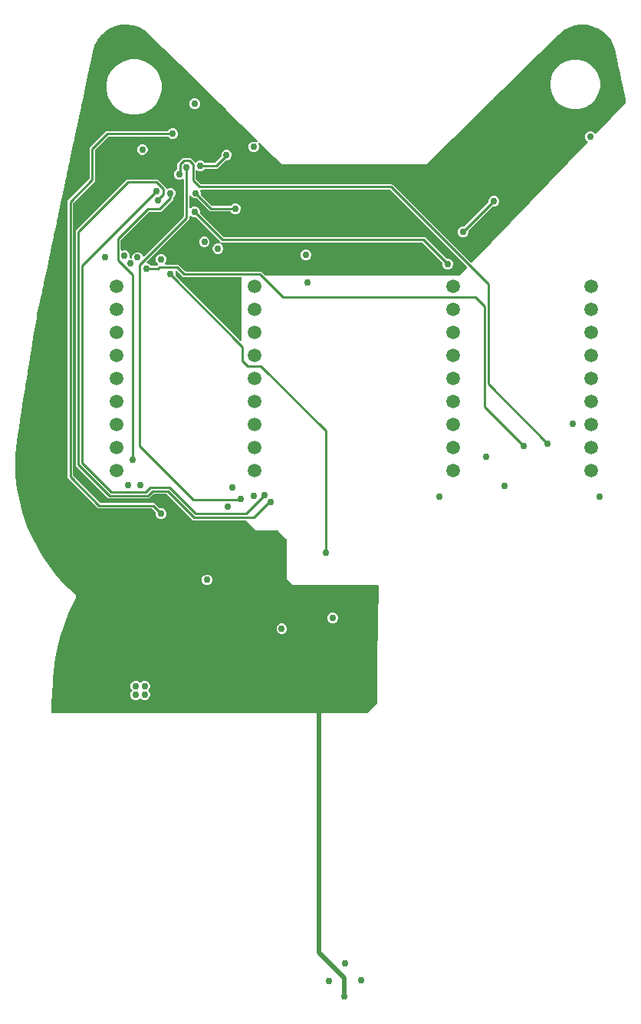
<source format=gbr>
G04 EAGLE Gerber X2 export*
%TF.Part,Single*%
%TF.FileFunction,Copper,L2,Inr,Mixed*%
%TF.FilePolarity,Positive*%
%TF.GenerationSoftware,Autodesk,EAGLE,9.0.1*%
%TF.CreationDate,2018-06-28T06:38:32Z*%
G75*
%MOMM*%
%FSLAX34Y34*%
%LPD*%
%AMOC8*
5,1,8,0,0,1.08239X$1,22.5*%
G01*
%ADD10C,1.508000*%
%ADD11C,0.756400*%
%ADD12C,0.508000*%
%ADD13C,0.254000*%

G36*
X393290Y505219D02*
X393290Y505219D01*
X393389Y505222D01*
X393447Y505239D01*
X393508Y505247D01*
X393600Y505283D01*
X393695Y505311D01*
X393747Y505341D01*
X393803Y505364D01*
X393883Y505422D01*
X393969Y505472D01*
X394044Y505538D01*
X394061Y505550D01*
X394068Y505560D01*
X394090Y505579D01*
X404758Y516247D01*
X404818Y516325D01*
X404886Y516397D01*
X404915Y516450D01*
X404952Y516498D01*
X404992Y516589D01*
X405040Y516675D01*
X405055Y516734D01*
X405079Y516790D01*
X405094Y516888D01*
X405119Y516983D01*
X405125Y517083D01*
X405129Y517104D01*
X405127Y517116D01*
X405129Y517144D01*
X405129Y564634D01*
X406221Y645397D01*
X406206Y645524D01*
X406198Y645651D01*
X406189Y645681D01*
X406185Y645713D01*
X406140Y645832D01*
X406100Y645953D01*
X406083Y645980D01*
X406072Y646010D01*
X405999Y646114D01*
X405930Y646222D01*
X405907Y646244D01*
X405889Y646270D01*
X405792Y646353D01*
X405699Y646440D01*
X405671Y646455D01*
X405646Y646476D01*
X405532Y646532D01*
X405420Y646594D01*
X405389Y646602D01*
X405361Y646616D01*
X405236Y646641D01*
X405112Y646673D01*
X405066Y646676D01*
X405049Y646680D01*
X405027Y646678D01*
X404952Y646683D01*
X311168Y646683D01*
X304799Y653052D01*
X304799Y696468D01*
X304787Y696566D01*
X304784Y696665D01*
X304767Y696723D01*
X304759Y696784D01*
X304723Y696876D01*
X304695Y696971D01*
X304665Y697023D01*
X304642Y697079D01*
X304584Y697159D01*
X304534Y697245D01*
X304468Y697320D01*
X304456Y697337D01*
X304446Y697344D01*
X304428Y697366D01*
X295538Y706256D01*
X295459Y706316D01*
X295387Y706384D01*
X295334Y706413D01*
X295286Y706450D01*
X295195Y706490D01*
X295109Y706538D01*
X295050Y706553D01*
X294994Y706577D01*
X294896Y706592D01*
X294801Y706617D01*
X294701Y706623D01*
X294680Y706627D01*
X294668Y706625D01*
X294640Y706627D01*
X271290Y706627D01*
X260485Y717432D01*
X260407Y717492D01*
X260335Y717560D01*
X260282Y717589D01*
X260234Y717626D01*
X260143Y717666D01*
X260057Y717714D01*
X259998Y717729D01*
X259942Y717753D01*
X259844Y717768D01*
X259749Y717793D01*
X259649Y717799D01*
X259628Y717803D01*
X259616Y717801D01*
X259588Y717803D01*
X201419Y717803D01*
X172580Y746642D01*
X172502Y746702D01*
X172430Y746770D01*
X172377Y746799D01*
X172329Y746836D01*
X172238Y746876D01*
X172151Y746924D01*
X172093Y746939D01*
X172037Y746963D01*
X171939Y746978D01*
X171843Y747003D01*
X171743Y747009D01*
X171723Y747013D01*
X171711Y747011D01*
X171683Y747013D01*
X158517Y747013D01*
X158419Y747001D01*
X158320Y746998D01*
X158262Y746981D01*
X158202Y746973D01*
X158110Y746937D01*
X158014Y746909D01*
X157962Y746879D01*
X157906Y746856D01*
X157826Y746798D01*
X157741Y746748D01*
X157665Y746682D01*
X157649Y746670D01*
X157641Y746660D01*
X157620Y746642D01*
X152911Y741933D01*
X107947Y741933D01*
X71881Y777999D01*
X71881Y1037583D01*
X128277Y1093979D01*
X162411Y1093979D01*
X171423Y1084967D01*
X171423Y1084816D01*
X171429Y1084767D01*
X171427Y1084717D01*
X171449Y1084609D01*
X171463Y1084500D01*
X171481Y1084454D01*
X171491Y1084406D01*
X171539Y1084307D01*
X171580Y1084205D01*
X171609Y1084165D01*
X171631Y1084120D01*
X171702Y1084036D01*
X171766Y1083947D01*
X171805Y1083916D01*
X171837Y1083878D01*
X171927Y1083815D01*
X172011Y1083745D01*
X172056Y1083723D01*
X172097Y1083695D01*
X172200Y1083656D01*
X172299Y1083609D01*
X172348Y1083600D01*
X172394Y1083582D01*
X172504Y1083570D01*
X172611Y1083549D01*
X172661Y1083552D01*
X172710Y1083547D01*
X172819Y1083562D01*
X172929Y1083569D01*
X172976Y1083584D01*
X173025Y1083591D01*
X173178Y1083643D01*
X175373Y1084553D01*
X177687Y1084553D01*
X179824Y1083668D01*
X181460Y1082032D01*
X182345Y1079895D01*
X182345Y1077581D01*
X181460Y1075444D01*
X179950Y1073935D01*
X179890Y1073857D01*
X179822Y1073785D01*
X179793Y1073732D01*
X179756Y1073684D01*
X179716Y1073593D01*
X179668Y1073506D01*
X179653Y1073448D01*
X179629Y1073392D01*
X179614Y1073294D01*
X179589Y1073198D01*
X179583Y1073098D01*
X179579Y1073078D01*
X179581Y1073066D01*
X179579Y1073038D01*
X179579Y1071887D01*
X165855Y1058163D01*
X153173Y1058163D01*
X153074Y1058151D01*
X152975Y1058148D01*
X152917Y1058131D01*
X152857Y1058123D01*
X152765Y1058087D01*
X152670Y1058059D01*
X152618Y1058029D01*
X152561Y1058006D01*
X152481Y1057948D01*
X152396Y1057898D01*
X152321Y1057832D01*
X152304Y1057820D01*
X152296Y1057810D01*
X152275Y1057792D01*
X122066Y1027583D01*
X122006Y1027505D01*
X121938Y1027433D01*
X121909Y1027380D01*
X121872Y1027332D01*
X121832Y1027241D01*
X121784Y1027154D01*
X121769Y1027095D01*
X121745Y1027040D01*
X121730Y1026942D01*
X121705Y1026846D01*
X121699Y1026746D01*
X121695Y1026726D01*
X121697Y1026713D01*
X121695Y1026685D01*
X121695Y1016426D01*
X121701Y1016377D01*
X121699Y1016327D01*
X121721Y1016220D01*
X121735Y1016110D01*
X121753Y1016064D01*
X121763Y1016016D01*
X121811Y1015917D01*
X121852Y1015815D01*
X121881Y1015774D01*
X121903Y1015730D01*
X121974Y1015646D01*
X122038Y1015557D01*
X122077Y1015526D01*
X122109Y1015488D01*
X122199Y1015425D01*
X122283Y1015355D01*
X122328Y1015333D01*
X122369Y1015305D01*
X122472Y1015266D01*
X122571Y1015219D01*
X122620Y1015210D01*
X122666Y1015192D01*
X122776Y1015180D01*
X122883Y1015159D01*
X122933Y1015162D01*
X122982Y1015157D01*
X123091Y1015172D01*
X123201Y1015179D01*
X123248Y1015194D01*
X123297Y1015201D01*
X123450Y1015253D01*
X124573Y1015719D01*
X126887Y1015719D01*
X129024Y1014834D01*
X130660Y1013198D01*
X131545Y1011061D01*
X131545Y1008747D01*
X131477Y1008584D01*
X131464Y1008536D01*
X131443Y1008491D01*
X131422Y1008383D01*
X131393Y1008277D01*
X131392Y1008227D01*
X131383Y1008178D01*
X131390Y1008069D01*
X131388Y1007959D01*
X131400Y1007911D01*
X131403Y1007861D01*
X131436Y1007757D01*
X131462Y1007650D01*
X131485Y1007606D01*
X131501Y1007559D01*
X131559Y1007466D01*
X131611Y1007369D01*
X131644Y1007332D01*
X131671Y1007290D01*
X131751Y1007215D01*
X131825Y1007133D01*
X131866Y1007106D01*
X131902Y1007072D01*
X131999Y1007019D01*
X132090Y1006959D01*
X132137Y1006942D01*
X132181Y1006918D01*
X132287Y1006891D01*
X132391Y1006855D01*
X132441Y1006851D01*
X132489Y1006839D01*
X132650Y1006829D01*
X133124Y1006829D01*
X133242Y1006844D01*
X133361Y1006851D01*
X133399Y1006864D01*
X133440Y1006869D01*
X133550Y1006912D01*
X133663Y1006949D01*
X133698Y1006971D01*
X133735Y1006986D01*
X133831Y1007055D01*
X133932Y1007119D01*
X133960Y1007149D01*
X133993Y1007172D01*
X134069Y1007264D01*
X134150Y1007351D01*
X134170Y1007386D01*
X134195Y1007417D01*
X134246Y1007525D01*
X134304Y1007629D01*
X134314Y1007669D01*
X134331Y1007705D01*
X134353Y1007822D01*
X134383Y1007937D01*
X134387Y1007997D01*
X134391Y1008017D01*
X134389Y1008038D01*
X134393Y1008098D01*
X134393Y1009029D01*
X135278Y1011166D01*
X136914Y1012802D01*
X139051Y1013687D01*
X141365Y1013687D01*
X143502Y1012802D01*
X145138Y1011166D01*
X145760Y1009662D01*
X145785Y1009619D01*
X145802Y1009572D01*
X145864Y1009481D01*
X145918Y1009386D01*
X145952Y1009350D01*
X145980Y1009309D01*
X146063Y1009236D01*
X146139Y1009157D01*
X146182Y1009131D01*
X146219Y1009099D01*
X146317Y1009049D01*
X146410Y1008991D01*
X146458Y1008977D01*
X146502Y1008954D01*
X146609Y1008930D01*
X146714Y1008898D01*
X146764Y1008895D01*
X146812Y1008884D01*
X146922Y1008888D01*
X147032Y1008882D01*
X147080Y1008892D01*
X147130Y1008894D01*
X147236Y1008925D01*
X147343Y1008947D01*
X147388Y1008969D01*
X147436Y1008982D01*
X147530Y1009038D01*
X147629Y1009086D01*
X147667Y1009119D01*
X147710Y1009144D01*
X147830Y1009250D01*
X190890Y1052309D01*
X190950Y1052388D01*
X191018Y1052460D01*
X191047Y1052513D01*
X191084Y1052561D01*
X191124Y1052652D01*
X191172Y1052738D01*
X191187Y1052797D01*
X191211Y1052853D01*
X191226Y1052950D01*
X191251Y1053046D01*
X191257Y1053146D01*
X191261Y1053167D01*
X191259Y1053179D01*
X191261Y1053207D01*
X191261Y1093520D01*
X191255Y1093569D01*
X191257Y1093619D01*
X191235Y1093726D01*
X191221Y1093836D01*
X191203Y1093882D01*
X191193Y1093930D01*
X191145Y1094029D01*
X191104Y1094131D01*
X191075Y1094172D01*
X191053Y1094216D01*
X190982Y1094300D01*
X190918Y1094389D01*
X190879Y1094420D01*
X190847Y1094458D01*
X190757Y1094521D01*
X190673Y1094591D01*
X190628Y1094613D01*
X190587Y1094641D01*
X190484Y1094680D01*
X190385Y1094727D01*
X190336Y1094736D01*
X190290Y1094754D01*
X190180Y1094766D01*
X190073Y1094787D01*
X190023Y1094784D01*
X189974Y1094789D01*
X189865Y1094774D01*
X189755Y1094767D01*
X189708Y1094752D01*
X189659Y1094745D01*
X189506Y1094693D01*
X187847Y1094005D01*
X185533Y1094005D01*
X183396Y1094890D01*
X181760Y1096526D01*
X180875Y1098663D01*
X180875Y1100977D01*
X181760Y1103114D01*
X183397Y1104750D01*
X183419Y1104763D01*
X183447Y1104772D01*
X183557Y1104842D01*
X183670Y1104906D01*
X183691Y1104927D01*
X183716Y1104942D01*
X183805Y1105037D01*
X183898Y1105127D01*
X183914Y1105152D01*
X183934Y1105174D01*
X183997Y1105288D01*
X184065Y1105398D01*
X184073Y1105427D01*
X184088Y1105452D01*
X184120Y1105578D01*
X184158Y1105702D01*
X184160Y1105732D01*
X184167Y1105760D01*
X184177Y1105921D01*
X184177Y1111637D01*
X190113Y1117573D01*
X198507Y1117573D01*
X202285Y1113795D01*
X203310Y1112770D01*
X203404Y1112697D01*
X203493Y1112618D01*
X203529Y1112600D01*
X203561Y1112575D01*
X203670Y1112528D01*
X203776Y1112474D01*
X203816Y1112465D01*
X203853Y1112449D01*
X203971Y1112430D01*
X204087Y1112404D01*
X204127Y1112405D01*
X204167Y1112399D01*
X204286Y1112410D01*
X204405Y1112414D01*
X204443Y1112425D01*
X204484Y1112429D01*
X204596Y1112469D01*
X204710Y1112502D01*
X204745Y1112523D01*
X204783Y1112536D01*
X204882Y1112603D01*
X204984Y1112664D01*
X205029Y1112703D01*
X205046Y1112715D01*
X205060Y1112730D01*
X205105Y1112770D01*
X206256Y1113922D01*
X208393Y1114807D01*
X210707Y1114807D01*
X212844Y1113922D01*
X214353Y1112412D01*
X214431Y1112352D01*
X214503Y1112284D01*
X214556Y1112255D01*
X214604Y1112218D01*
X214695Y1112178D01*
X214782Y1112130D01*
X214840Y1112115D01*
X214896Y1112091D01*
X214994Y1112076D01*
X215090Y1112051D01*
X215190Y1112045D01*
X215210Y1112041D01*
X215222Y1112043D01*
X215250Y1112041D01*
X225061Y1112041D01*
X225160Y1112053D01*
X225259Y1112056D01*
X225317Y1112073D01*
X225377Y1112081D01*
X225469Y1112117D01*
X225564Y1112145D01*
X225616Y1112175D01*
X225673Y1112198D01*
X225753Y1112256D01*
X225838Y1112306D01*
X225913Y1112372D01*
X225930Y1112384D01*
X225938Y1112394D01*
X225959Y1112412D01*
X232320Y1118773D01*
X232380Y1118851D01*
X232448Y1118923D01*
X232477Y1118976D01*
X232514Y1119024D01*
X232554Y1119115D01*
X232602Y1119202D01*
X232617Y1119261D01*
X232641Y1119316D01*
X232656Y1119414D01*
X232681Y1119510D01*
X232687Y1119610D01*
X232691Y1119630D01*
X232689Y1119643D01*
X232691Y1119671D01*
X232691Y1122081D01*
X233576Y1124218D01*
X235212Y1125854D01*
X237349Y1126739D01*
X239663Y1126739D01*
X241800Y1125854D01*
X243436Y1124218D01*
X244321Y1122081D01*
X244321Y1119767D01*
X243436Y1117630D01*
X241800Y1115994D01*
X239663Y1115109D01*
X237805Y1115109D01*
X237706Y1115097D01*
X237607Y1115094D01*
X237549Y1115077D01*
X237489Y1115069D01*
X237397Y1115033D01*
X237302Y1115005D01*
X237250Y1114975D01*
X237193Y1114952D01*
X237113Y1114894D01*
X237028Y1114844D01*
X236953Y1114778D01*
X236936Y1114766D01*
X236928Y1114756D01*
X236907Y1114738D01*
X228113Y1105943D01*
X215250Y1105943D01*
X215152Y1105931D01*
X215053Y1105928D01*
X214995Y1105911D01*
X214935Y1105903D01*
X214843Y1105867D01*
X214748Y1105839D01*
X214695Y1105809D01*
X214639Y1105786D01*
X214559Y1105728D01*
X214474Y1105678D01*
X214398Y1105612D01*
X214382Y1105600D01*
X214374Y1105590D01*
X214353Y1105572D01*
X212844Y1104062D01*
X210707Y1103177D01*
X208393Y1103177D01*
X206198Y1104087D01*
X206150Y1104100D01*
X206105Y1104121D01*
X205997Y1104142D01*
X205891Y1104171D01*
X205841Y1104171D01*
X205792Y1104181D01*
X205683Y1104174D01*
X205573Y1104176D01*
X205525Y1104164D01*
X205475Y1104161D01*
X205371Y1104127D01*
X205264Y1104102D01*
X205220Y1104078D01*
X205173Y1104063D01*
X205080Y1104004D01*
X204983Y1103953D01*
X204946Y1103919D01*
X204904Y1103893D01*
X204829Y1103813D01*
X204747Y1103739D01*
X204720Y1103697D01*
X204686Y1103661D01*
X204633Y1103565D01*
X204573Y1103473D01*
X204556Y1103426D01*
X204532Y1103383D01*
X204505Y1103276D01*
X204469Y1103172D01*
X204465Y1103123D01*
X204453Y1103075D01*
X204443Y1102914D01*
X204443Y1094525D01*
X204455Y1094426D01*
X204458Y1094327D01*
X204475Y1094269D01*
X204483Y1094209D01*
X204519Y1094117D01*
X204547Y1094022D01*
X204577Y1093970D01*
X204600Y1093913D01*
X204658Y1093833D01*
X204708Y1093748D01*
X204774Y1093673D01*
X204786Y1093656D01*
X204796Y1093648D01*
X204814Y1093627D01*
X209097Y1089344D01*
X209175Y1089284D01*
X209247Y1089216D01*
X209300Y1089187D01*
X209348Y1089150D01*
X209439Y1089110D01*
X209526Y1089062D01*
X209585Y1089047D01*
X209640Y1089023D01*
X209738Y1089008D01*
X209834Y1088983D01*
X209934Y1088977D01*
X209954Y1088973D01*
X209967Y1088975D01*
X209995Y1088973D01*
X421315Y1088973D01*
X507987Y1002301D01*
X508090Y1002221D01*
X508190Y1002136D01*
X508216Y1002124D01*
X508238Y1002106D01*
X508359Y1002054D01*
X508476Y1001997D01*
X508504Y1001991D01*
X508530Y1001980D01*
X508660Y1001959D01*
X508788Y1001933D01*
X508816Y1001935D01*
X508844Y1001930D01*
X508975Y1001943D01*
X509105Y1001949D01*
X509132Y1001957D01*
X509161Y1001960D01*
X509284Y1002004D01*
X509409Y1002043D01*
X509433Y1002058D01*
X509460Y1002068D01*
X509569Y1002141D01*
X509680Y1002210D01*
X509710Y1002237D01*
X509723Y1002246D01*
X509738Y1002263D01*
X509799Y1002319D01*
X637050Y1134522D01*
X637114Y1134608D01*
X637185Y1134688D01*
X637209Y1134734D01*
X637240Y1134777D01*
X637281Y1134876D01*
X637330Y1134971D01*
X637341Y1135022D01*
X637361Y1135071D01*
X637376Y1135177D01*
X637399Y1135281D01*
X637398Y1135334D01*
X637405Y1135386D01*
X637393Y1135492D01*
X637390Y1135599D01*
X637375Y1135649D01*
X637369Y1135702D01*
X637331Y1135802D01*
X637301Y1135905D01*
X637275Y1135950D01*
X637256Y1135999D01*
X637194Y1136086D01*
X637140Y1136178D01*
X637085Y1136241D01*
X637072Y1136259D01*
X637060Y1136269D01*
X637033Y1136299D01*
X635404Y1137928D01*
X634519Y1140065D01*
X634519Y1142379D01*
X635404Y1144516D01*
X637040Y1146152D01*
X639177Y1147037D01*
X641491Y1147037D01*
X643628Y1146152D01*
X645066Y1144714D01*
X645169Y1144633D01*
X645269Y1144549D01*
X645294Y1144536D01*
X645317Y1144519D01*
X645437Y1144467D01*
X645555Y1144409D01*
X645583Y1144404D01*
X645609Y1144392D01*
X645739Y1144372D01*
X645866Y1144346D01*
X645895Y1144347D01*
X645923Y1144343D01*
X646054Y1144355D01*
X646184Y1144361D01*
X646211Y1144370D01*
X646239Y1144372D01*
X646363Y1144417D01*
X646488Y1144456D01*
X646512Y1144470D01*
X646539Y1144480D01*
X646647Y1144554D01*
X646759Y1144622D01*
X646788Y1144650D01*
X646802Y1144659D01*
X646816Y1144675D01*
X646877Y1144731D01*
X679220Y1178333D01*
X679256Y1178380D01*
X679298Y1178421D01*
X679351Y1178507D01*
X679411Y1178588D01*
X679433Y1178642D01*
X679464Y1178693D01*
X679493Y1178789D01*
X679531Y1178882D01*
X679539Y1178940D01*
X679557Y1178997D01*
X679561Y1179097D01*
X679575Y1179197D01*
X679568Y1179256D01*
X679571Y1179315D01*
X679548Y1179474D01*
X679379Y1180276D01*
X679353Y1180400D01*
X678849Y1182797D01*
X678849Y1182798D01*
X677232Y1190480D01*
X675614Y1198167D01*
X674279Y1204509D01*
X672910Y1211014D01*
X672910Y1211015D01*
X672531Y1212813D01*
X672531Y1212814D01*
X672379Y1213535D01*
X672379Y1213536D01*
X671003Y1220074D01*
X669675Y1226383D01*
X669675Y1226384D01*
X669325Y1228050D01*
X669145Y1228904D01*
X669145Y1228905D01*
X667850Y1235058D01*
X667843Y1235078D01*
X667823Y1235163D01*
X665893Y1241572D01*
X665880Y1241602D01*
X665873Y1241634D01*
X665809Y1241781D01*
X662921Y1247462D01*
X662900Y1247492D01*
X662886Y1247525D01*
X662797Y1247659D01*
X658931Y1252708D01*
X658906Y1252733D01*
X658886Y1252763D01*
X658774Y1252878D01*
X654049Y1257147D01*
X654021Y1257166D01*
X653998Y1257190D01*
X653867Y1257283D01*
X648438Y1260651D01*
X648409Y1260664D01*
X648384Y1260683D01*
X648239Y1260752D01*
X642287Y1263124D01*
X642257Y1263132D01*
X642230Y1263145D01*
X642075Y1263188D01*
X635798Y1264490D01*
X635767Y1264493D01*
X635737Y1264501D01*
X635577Y1264516D01*
X629184Y1264701D01*
X629151Y1264697D01*
X629118Y1264701D01*
X628958Y1264687D01*
X622655Y1263735D01*
X622622Y1263725D01*
X622587Y1263722D01*
X622431Y1263679D01*
X616415Y1261606D01*
X616383Y1261590D01*
X616349Y1261581D01*
X616204Y1261511D01*
X610653Y1258376D01*
X610628Y1258357D01*
X610599Y1258343D01*
X610468Y1258248D01*
X605308Y1253977D01*
X605293Y1253961D01*
X605229Y1253906D01*
X600762Y1249526D01*
X599360Y1248151D01*
X598923Y1247723D01*
X598922Y1247722D01*
X593745Y1242646D01*
X589607Y1238589D01*
X589607Y1238588D01*
X587934Y1236948D01*
X587767Y1236785D01*
X584026Y1233117D01*
X583264Y1232369D01*
X583263Y1232369D01*
X582187Y1231314D01*
X582186Y1231313D01*
X577579Y1226795D01*
X572865Y1222174D01*
X572241Y1221561D01*
X571026Y1220371D01*
X571025Y1220370D01*
X565989Y1215432D01*
X561707Y1211234D01*
X561707Y1211233D01*
X561009Y1210549D01*
X559869Y1209431D01*
X559868Y1209430D01*
X555498Y1205146D01*
X550550Y1200294D01*
X549254Y1199024D01*
X548711Y1198491D01*
X548710Y1198490D01*
X544970Y1194823D01*
X544054Y1193926D01*
X543131Y1193020D01*
X543130Y1193019D01*
X538120Y1188107D01*
X533812Y1183883D01*
X533811Y1183882D01*
X532562Y1182658D01*
X532562Y1182657D01*
X531972Y1182079D01*
X526393Y1176609D01*
X526392Y1176608D01*
X522095Y1172396D01*
X522095Y1172395D01*
X517077Y1167474D01*
X517076Y1167474D01*
X516274Y1166688D01*
X515238Y1165671D01*
X515237Y1165671D01*
X510176Y1160708D01*
X505919Y1156535D01*
X505294Y1155922D01*
X504080Y1154732D01*
X504080Y1154731D01*
X499415Y1150158D01*
X494760Y1145594D01*
X489183Y1140125D01*
X488356Y1139314D01*
X487343Y1138321D01*
X482729Y1133798D01*
X478025Y1129185D01*
X478024Y1129185D01*
X476668Y1127854D01*
X476185Y1127381D01*
X472447Y1123716D01*
X470808Y1122109D01*
X470608Y1121913D01*
X470607Y1121912D01*
X465874Y1117272D01*
X460389Y1111894D01*
X460387Y1111891D01*
X460380Y1111885D01*
X459653Y1111157D01*
X458696Y1110772D01*
X458693Y1110770D01*
X458685Y1110767D01*
X457733Y1110373D01*
X456702Y1110383D01*
X456698Y1110383D01*
X456689Y1110383D01*
X302002Y1110383D01*
X301998Y1110383D01*
X301989Y1110383D01*
X300960Y1110373D01*
X300008Y1110767D01*
X300004Y1110769D01*
X299996Y1110772D01*
X299040Y1111157D01*
X298312Y1111886D01*
X298308Y1111888D01*
X298303Y1111895D01*
X293664Y1116442D01*
X293012Y1117082D01*
X291825Y1118246D01*
X291824Y1118246D01*
X287280Y1122702D01*
X282509Y1127380D01*
X282089Y1127792D01*
X280670Y1129183D01*
X280669Y1129184D01*
X275605Y1134149D01*
X275554Y1134188D01*
X275510Y1134233D01*
X275428Y1134284D01*
X275352Y1134342D01*
X275293Y1134366D01*
X275239Y1134400D01*
X275147Y1134428D01*
X275059Y1134465D01*
X274996Y1134475D01*
X274935Y1134493D01*
X274839Y1134498D01*
X274744Y1134512D01*
X274681Y1134505D01*
X274617Y1134508D01*
X274523Y1134489D01*
X274428Y1134479D01*
X274368Y1134457D01*
X274306Y1134444D01*
X274220Y1134402D01*
X274129Y1134369D01*
X274077Y1134332D01*
X274020Y1134304D01*
X273947Y1134242D01*
X273868Y1134187D01*
X273826Y1134139D01*
X273778Y1134098D01*
X273723Y1134019D01*
X273660Y1133947D01*
X273632Y1133890D01*
X273595Y1133838D01*
X273561Y1133748D01*
X273518Y1133662D01*
X273505Y1133600D01*
X273482Y1133541D01*
X273472Y1133445D01*
X273452Y1133351D01*
X273454Y1133288D01*
X273447Y1133225D01*
X273460Y1133129D01*
X273464Y1133033D01*
X273483Y1132973D01*
X273491Y1132910D01*
X273544Y1132757D01*
X274293Y1130949D01*
X274293Y1128635D01*
X273408Y1126498D01*
X271772Y1124862D01*
X269635Y1123977D01*
X267321Y1123977D01*
X265184Y1124862D01*
X263548Y1126498D01*
X262663Y1128635D01*
X262663Y1130949D01*
X263548Y1133086D01*
X265184Y1134722D01*
X267321Y1135607D01*
X269635Y1135607D01*
X271347Y1134897D01*
X271420Y1134877D01*
X271491Y1134848D01*
X271573Y1134835D01*
X271654Y1134813D01*
X271730Y1134812D01*
X271805Y1134801D01*
X271888Y1134810D01*
X271972Y1134808D01*
X272046Y1134826D01*
X272121Y1134834D01*
X272200Y1134863D01*
X272281Y1134883D01*
X272348Y1134918D01*
X272420Y1134944D01*
X272488Y1134992D01*
X272562Y1135031D01*
X272618Y1135082D01*
X272681Y1135126D01*
X272736Y1135189D01*
X272798Y1135245D01*
X272839Y1135309D01*
X272889Y1135366D01*
X272926Y1135441D01*
X272972Y1135511D01*
X272997Y1135583D01*
X273031Y1135651D01*
X273048Y1135733D01*
X273076Y1135812D01*
X273082Y1135888D01*
X273098Y1135962D01*
X273094Y1136045D01*
X273101Y1136129D01*
X273088Y1136204D01*
X273085Y1136280D01*
X273061Y1136360D01*
X273046Y1136442D01*
X273015Y1136511D01*
X272993Y1136584D01*
X272950Y1136656D01*
X272916Y1136732D01*
X272868Y1136791D01*
X272829Y1136857D01*
X272722Y1136976D01*
X271348Y1138323D01*
X269824Y1139817D01*
X269824Y1139818D01*
X269508Y1140127D01*
X263928Y1145599D01*
X263927Y1145599D01*
X260187Y1149266D01*
X259239Y1150196D01*
X258347Y1151070D01*
X254609Y1154735D01*
X254531Y1154811D01*
X252770Y1156538D01*
X252770Y1156539D01*
X248450Y1160774D01*
X243452Y1165674D01*
X242497Y1166611D01*
X242496Y1166611D01*
X241613Y1167477D01*
X241612Y1167478D01*
X237872Y1171145D01*
X237703Y1171311D01*
X237702Y1171312D01*
X236033Y1172948D01*
X236032Y1172949D01*
X230990Y1177893D01*
X226714Y1182086D01*
X226713Y1182086D01*
X225605Y1183173D01*
X224875Y1183889D01*
X224874Y1183890D01*
X221135Y1187556D01*
X221134Y1187556D01*
X214806Y1193761D01*
X209979Y1198494D01*
X208785Y1199664D01*
X208140Y1200297D01*
X208139Y1200298D01*
X204400Y1203964D01*
X198821Y1209434D01*
X197735Y1210499D01*
X196982Y1211237D01*
X192041Y1216082D01*
X187662Y1220375D01*
X187662Y1220376D01*
X186290Y1221720D01*
X186290Y1221721D01*
X185823Y1222178D01*
X185822Y1222179D01*
X181421Y1226494D01*
X176506Y1231314D01*
X176505Y1231314D01*
X175662Y1232141D01*
X174666Y1233117D01*
X174666Y1233118D01*
X170927Y1236784D01*
X170926Y1236784D01*
X170011Y1237682D01*
X169087Y1238587D01*
X169087Y1238588D01*
X163914Y1243659D01*
X163914Y1243660D01*
X159769Y1247724D01*
X159639Y1247852D01*
X159638Y1247852D01*
X157929Y1249527D01*
X157929Y1249528D01*
X153474Y1253896D01*
X153457Y1253909D01*
X153391Y1253971D01*
X147968Y1258421D01*
X147936Y1258441D01*
X147908Y1258467D01*
X147772Y1258553D01*
X141914Y1261762D01*
X141876Y1261777D01*
X141841Y1261799D01*
X141691Y1261858D01*
X135343Y1263892D01*
X135303Y1263899D01*
X135266Y1263914D01*
X135107Y1263943D01*
X128453Y1264744D01*
X128419Y1264744D01*
X128385Y1264750D01*
X128224Y1264751D01*
X122012Y1264374D01*
X121984Y1264369D01*
X121956Y1264370D01*
X121797Y1264343D01*
X115704Y1262905D01*
X115679Y1262895D01*
X115651Y1262891D01*
X115499Y1262838D01*
X109747Y1260390D01*
X109722Y1260376D01*
X109694Y1260367D01*
X109554Y1260288D01*
X104319Y1256901D01*
X104296Y1256881D01*
X104268Y1256866D01*
X104144Y1256764D01*
X103602Y1256259D01*
X102239Y1254990D01*
X100876Y1253721D01*
X100876Y1253720D01*
X99594Y1252526D01*
X99573Y1252501D01*
X99547Y1252480D01*
X99443Y1252358D01*
X95724Y1247389D01*
X95708Y1247360D01*
X95686Y1247335D01*
X95605Y1247196D01*
X92822Y1241632D01*
X92813Y1241604D01*
X92797Y1241579D01*
X92741Y1241428D01*
X90869Y1235162D01*
X90865Y1235141D01*
X90843Y1235062D01*
X89565Y1229028D01*
X89553Y1228968D01*
X89552Y1228968D01*
X89031Y1226507D01*
X87965Y1221473D01*
X87743Y1220427D01*
X87431Y1218953D01*
X87431Y1218952D01*
X85831Y1211398D01*
X85831Y1211397D01*
X84230Y1203843D01*
X84230Y1203842D01*
X83163Y1198806D01*
X81355Y1190267D01*
X79429Y1181177D01*
X78363Y1176143D01*
X78363Y1176142D01*
X78086Y1174837D01*
X78086Y1174836D01*
X77829Y1173623D01*
X77829Y1173622D01*
X76405Y1166900D01*
X74628Y1158514D01*
X73562Y1153478D01*
X73452Y1152959D01*
X73028Y1150958D01*
X73028Y1150957D01*
X71427Y1143402D01*
X70150Y1137374D01*
X68311Y1128692D01*
X67161Y1123259D01*
X66910Y1122077D01*
X66627Y1120739D01*
X66627Y1120738D01*
X65273Y1114348D01*
X63960Y1108149D01*
X63960Y1108148D01*
X63713Y1106982D01*
X63426Y1105629D01*
X63426Y1105628D01*
X62360Y1100594D01*
X62067Y1099212D01*
X61826Y1098074D01*
X61826Y1098073D01*
X60467Y1091662D01*
X59159Y1085484D01*
X58820Y1083884D01*
X58625Y1082964D01*
X57024Y1075408D01*
X57024Y1075407D01*
X55517Y1068293D01*
X54357Y1062818D01*
X54239Y1062257D01*
X53824Y1060298D01*
X53823Y1060298D01*
X52434Y1053739D01*
X51156Y1047706D01*
X51156Y1047705D01*
X50897Y1046481D01*
X50623Y1045186D01*
X50622Y1045185D01*
X49254Y1038728D01*
X47956Y1032597D01*
X47669Y1031245D01*
X47422Y1030078D01*
X47422Y1030077D01*
X46035Y1023530D01*
X44222Y1014968D01*
X44221Y1014967D01*
X43155Y1009931D01*
X42890Y1008681D01*
X42621Y1007411D01*
X42621Y1007410D01*
X41376Y1001536D01*
X39649Y993384D01*
X38354Y987268D01*
X38143Y986271D01*
X37820Y984748D01*
X37820Y984747D01*
X36753Y979712D01*
X36220Y977193D01*
X36220Y977192D01*
X36219Y977191D01*
X35119Y971998D01*
X35108Y971862D01*
X35092Y971725D01*
X35094Y971694D01*
X35093Y971681D01*
X35095Y971667D01*
X34868Y970804D01*
X34865Y970786D01*
X34853Y970743D01*
X34663Y969843D01*
X34659Y969835D01*
X34592Y969716D01*
X34582Y969687D01*
X34576Y969675D01*
X34571Y969655D01*
X34541Y969563D01*
X32904Y963347D01*
X32902Y963333D01*
X32893Y963301D01*
X31272Y956058D01*
X31271Y956043D01*
X31262Y956008D01*
X29924Y948652D01*
X29923Y948644D01*
X29920Y948628D01*
X29299Y944802D01*
X29294Y944665D01*
X29284Y944528D01*
X29288Y944498D01*
X29287Y944485D01*
X29290Y944471D01*
X29104Y943597D01*
X29103Y943580D01*
X29093Y943536D01*
X28986Y942874D01*
X28981Y942759D01*
X28969Y942644D01*
X28975Y942577D01*
X28974Y942556D01*
X28978Y942537D01*
X28983Y942484D01*
X28987Y942459D01*
X28801Y941717D01*
X28799Y941696D01*
X28780Y941613D01*
X27788Y935520D01*
X27788Y935519D01*
X27521Y933876D01*
X27375Y932978D01*
X27375Y932977D01*
X26546Y927887D01*
X25108Y919047D01*
X23993Y912193D01*
X22821Y904990D01*
X22601Y903642D01*
X22407Y902448D01*
X22407Y902447D01*
X21579Y897357D01*
X20337Y889725D01*
X20074Y888111D01*
X19923Y887183D01*
X19923Y887182D01*
X18975Y881359D01*
X17853Y874459D01*
X17641Y873158D01*
X17439Y871917D01*
X17439Y871916D01*
X16610Y866823D01*
X16492Y866100D01*
X16492Y866099D01*
X16196Y864280D01*
X16196Y864279D01*
X15368Y859187D01*
X14087Y851319D01*
X12883Y843920D01*
X12632Y842376D01*
X12470Y841377D01*
X11641Y836285D01*
X11322Y834321D01*
X11227Y833743D01*
X11227Y833742D01*
X10231Y827622D01*
X9157Y821020D01*
X7719Y812180D01*
X7718Y812172D01*
X7715Y812155D01*
X6663Y804760D01*
X6663Y804745D01*
X6657Y804712D01*
X5894Y797342D01*
X5894Y797327D01*
X5890Y797293D01*
X5410Y789901D01*
X5411Y789886D01*
X5408Y789852D01*
X5214Y782447D01*
X5216Y782432D01*
X5214Y782397D01*
X5309Y774989D01*
X5311Y774974D01*
X5311Y774939D01*
X5695Y767547D01*
X5697Y767533D01*
X5698Y767497D01*
X6371Y760123D01*
X6374Y760109D01*
X6377Y760074D01*
X7339Y752733D01*
X7343Y752719D01*
X7346Y752684D01*
X8596Y745386D01*
X8600Y745372D01*
X8605Y745337D01*
X10140Y738095D01*
X10144Y738081D01*
X10151Y738046D01*
X11969Y730867D01*
X11974Y730854D01*
X11982Y730819D01*
X14080Y723717D01*
X14086Y723704D01*
X14095Y723670D01*
X16468Y716657D01*
X16474Y716644D01*
X16485Y716610D01*
X19131Y709692D01*
X19137Y709679D01*
X19149Y709646D01*
X22063Y702834D01*
X22070Y702822D01*
X22083Y702789D01*
X25258Y696096D01*
X25266Y696084D01*
X25280Y696052D01*
X28712Y689485D01*
X28721Y689473D01*
X28736Y689442D01*
X32419Y683013D01*
X32428Y683002D01*
X32444Y682971D01*
X36372Y676688D01*
X36381Y676677D01*
X36399Y676647D01*
X40566Y670519D01*
X40575Y670508D01*
X40594Y670479D01*
X44991Y664517D01*
X45001Y664507D01*
X45021Y664479D01*
X49645Y658689D01*
X49655Y658679D01*
X49676Y658651D01*
X54519Y653042D01*
X54529Y653032D01*
X54551Y653006D01*
X59605Y647586D01*
X59616Y647577D01*
X59639Y647551D01*
X64894Y642331D01*
X64906Y642322D01*
X64930Y642297D01*
X69819Y637800D01*
X69896Y637746D01*
X69966Y637684D01*
X70064Y637627D01*
X70079Y637616D01*
X70087Y637613D01*
X70105Y637602D01*
X70231Y637538D01*
X70656Y637043D01*
X70662Y637037D01*
X70760Y636935D01*
X71240Y636494D01*
X71300Y636365D01*
X71349Y636286D01*
X71391Y636202D01*
X71459Y636111D01*
X71469Y636096D01*
X71475Y636089D01*
X71487Y636073D01*
X71580Y635966D01*
X71782Y635346D01*
X71786Y635338D01*
X71837Y635206D01*
X72112Y634615D01*
X72118Y634473D01*
X72134Y634380D01*
X72139Y634287D01*
X72168Y634177D01*
X72171Y634159D01*
X72175Y634151D01*
X72180Y634131D01*
X72224Y633996D01*
X72174Y633346D01*
X72174Y633337D01*
X72171Y633196D01*
X72199Y632545D01*
X72150Y632411D01*
X72129Y632320D01*
X72099Y632232D01*
X72083Y632119D01*
X72079Y632101D01*
X72079Y632092D01*
X72076Y632072D01*
X72065Y631931D01*
X71770Y631349D01*
X71767Y631341D01*
X71711Y631211D01*
X71486Y630599D01*
X71390Y630495D01*
X71336Y630419D01*
X71274Y630348D01*
X71216Y630250D01*
X71206Y630236D01*
X71203Y630227D01*
X71193Y630210D01*
X68118Y624147D01*
X68114Y624135D01*
X68099Y624107D01*
X64913Y617232D01*
X64909Y617219D01*
X64895Y617191D01*
X61954Y610206D01*
X61950Y610193D01*
X61937Y610164D01*
X59247Y603082D01*
X59244Y603069D01*
X59232Y603040D01*
X56793Y595864D01*
X56791Y595851D01*
X56780Y595821D01*
X54598Y588563D01*
X54596Y588549D01*
X54586Y588519D01*
X52664Y581192D01*
X52662Y581178D01*
X52654Y581148D01*
X50992Y573752D01*
X50991Y573739D01*
X50983Y573708D01*
X49585Y566260D01*
X49585Y566247D01*
X49578Y566216D01*
X48444Y558722D01*
X48444Y558708D01*
X48438Y558677D01*
X47569Y551150D01*
X47569Y551136D01*
X47565Y551106D01*
X46955Y543496D01*
X46956Y543489D01*
X46954Y543473D01*
X46789Y540826D01*
X46391Y534401D01*
X46238Y531942D01*
X46238Y531941D01*
X46159Y530672D01*
X45904Y526558D01*
X45904Y526557D01*
X45686Y523057D01*
X45450Y519249D01*
X45417Y518715D01*
X45090Y513444D01*
X44981Y511700D01*
X44930Y510872D01*
X44898Y510364D01*
X44662Y506555D01*
X44672Y506393D01*
X44682Y506239D01*
X44682Y506238D01*
X44682Y506237D01*
X44732Y506083D01*
X44780Y505937D01*
X44780Y505936D01*
X44780Y505935D01*
X44861Y505808D01*
X44950Y505668D01*
X44951Y505667D01*
X44951Y505666D01*
X45061Y505563D01*
X45181Y505450D01*
X45182Y505450D01*
X45183Y505449D01*
X45320Y505373D01*
X45460Y505296D01*
X45461Y505296D01*
X45462Y505296D01*
X45622Y505255D01*
X45768Y505217D01*
X45769Y505217D01*
X45770Y505217D01*
X45772Y505217D01*
X45929Y505207D01*
X393192Y505207D01*
X393290Y505219D01*
G37*
G36*
X495156Y987567D02*
X495156Y987567D01*
X495267Y987572D01*
X495313Y987587D01*
X495362Y987593D01*
X495465Y987633D01*
X495571Y987666D01*
X495612Y987692D01*
X495657Y987710D01*
X495747Y987775D01*
X495842Y987833D01*
X495897Y987884D01*
X495915Y987896D01*
X495926Y987910D01*
X495960Y987942D01*
X503809Y996096D01*
X503873Y996181D01*
X503944Y996262D01*
X503967Y996308D01*
X503999Y996350D01*
X504040Y996449D01*
X504088Y996545D01*
X504100Y996596D01*
X504120Y996645D01*
X504134Y996751D01*
X504158Y996855D01*
X504156Y996908D01*
X504164Y996960D01*
X504151Y997066D01*
X504148Y997173D01*
X504134Y997223D01*
X504128Y997276D01*
X504090Y997376D01*
X504060Y997478D01*
X504033Y997524D01*
X504014Y997573D01*
X503953Y997660D01*
X503898Y997752D01*
X503843Y997815D01*
X503831Y997833D01*
X503819Y997843D01*
X503792Y997873D01*
X419162Y1082504D01*
X419083Y1082564D01*
X419011Y1082632D01*
X418958Y1082661D01*
X418910Y1082698D01*
X418819Y1082738D01*
X418733Y1082786D01*
X418674Y1082801D01*
X418618Y1082825D01*
X418520Y1082840D01*
X418425Y1082865D01*
X418325Y1082871D01*
X418304Y1082875D01*
X418292Y1082873D01*
X418264Y1082875D01*
X210890Y1082875D01*
X210841Y1082869D01*
X210791Y1082871D01*
X210684Y1082849D01*
X210574Y1082835D01*
X210528Y1082817D01*
X210480Y1082807D01*
X210381Y1082759D01*
X210279Y1082718D01*
X210238Y1082689D01*
X210194Y1082667D01*
X210110Y1082596D01*
X210021Y1082532D01*
X209990Y1082493D01*
X209952Y1082461D01*
X209889Y1082371D01*
X209819Y1082287D01*
X209797Y1082242D01*
X209769Y1082201D01*
X209730Y1082098D01*
X209683Y1081999D01*
X209674Y1081950D01*
X209656Y1081904D01*
X209644Y1081794D01*
X209623Y1081687D01*
X209626Y1081637D01*
X209621Y1081588D01*
X209636Y1081479D01*
X209643Y1081369D01*
X209658Y1081322D01*
X209665Y1081273D01*
X209717Y1081120D01*
X210183Y1079997D01*
X210183Y1077863D01*
X210195Y1077764D01*
X210198Y1077665D01*
X210215Y1077607D01*
X210223Y1077547D01*
X210259Y1077455D01*
X210287Y1077360D01*
X210317Y1077308D01*
X210340Y1077251D01*
X210398Y1077171D01*
X210448Y1077086D01*
X210514Y1077011D01*
X210526Y1076994D01*
X210536Y1076986D01*
X210554Y1076965D01*
X222379Y1065140D01*
X222457Y1065080D01*
X222529Y1065012D01*
X222582Y1064983D01*
X222630Y1064946D01*
X222721Y1064906D01*
X222808Y1064858D01*
X222867Y1064843D01*
X222922Y1064819D01*
X223020Y1064804D01*
X223116Y1064779D01*
X223216Y1064773D01*
X223236Y1064769D01*
X223249Y1064771D01*
X223277Y1064769D01*
X242458Y1064769D01*
X242556Y1064781D01*
X242655Y1064784D01*
X242713Y1064801D01*
X242773Y1064809D01*
X242865Y1064845D01*
X242960Y1064873D01*
X243013Y1064903D01*
X243069Y1064926D01*
X243149Y1064984D01*
X243234Y1065034D01*
X243310Y1065100D01*
X243326Y1065112D01*
X243334Y1065122D01*
X243355Y1065140D01*
X244864Y1066650D01*
X247001Y1067535D01*
X249315Y1067535D01*
X251452Y1066650D01*
X253088Y1065014D01*
X253973Y1062877D01*
X253973Y1060563D01*
X253088Y1058426D01*
X251452Y1056790D01*
X249315Y1055905D01*
X247001Y1055905D01*
X244864Y1056790D01*
X243355Y1058300D01*
X243277Y1058360D01*
X243205Y1058428D01*
X243152Y1058457D01*
X243104Y1058494D01*
X243013Y1058534D01*
X242926Y1058582D01*
X242868Y1058597D01*
X242812Y1058621D01*
X242714Y1058636D01*
X242618Y1058661D01*
X242518Y1058667D01*
X242498Y1058671D01*
X242486Y1058669D01*
X242458Y1058671D01*
X220225Y1058671D01*
X206243Y1072654D01*
X206165Y1072714D01*
X206093Y1072782D01*
X206040Y1072811D01*
X205992Y1072848D01*
X205901Y1072888D01*
X205814Y1072936D01*
X205756Y1072951D01*
X205700Y1072975D01*
X205602Y1072990D01*
X205506Y1073015D01*
X205406Y1073021D01*
X205386Y1073025D01*
X205373Y1073023D01*
X205345Y1073025D01*
X203211Y1073025D01*
X201074Y1073910D01*
X199525Y1075459D01*
X199416Y1075545D01*
X199309Y1075633D01*
X199290Y1075642D01*
X199274Y1075654D01*
X199146Y1075710D01*
X199021Y1075769D01*
X199001Y1075772D01*
X198982Y1075781D01*
X198844Y1075802D01*
X198708Y1075828D01*
X198688Y1075827D01*
X198668Y1075830D01*
X198529Y1075817D01*
X198391Y1075809D01*
X198372Y1075802D01*
X198352Y1075801D01*
X198220Y1075753D01*
X198089Y1075711D01*
X198071Y1075700D01*
X198052Y1075693D01*
X197937Y1075615D01*
X197820Y1075541D01*
X197806Y1075526D01*
X197789Y1075514D01*
X197697Y1075410D01*
X197602Y1075309D01*
X197592Y1075291D01*
X197579Y1075276D01*
X197515Y1075152D01*
X197448Y1075030D01*
X197443Y1075011D01*
X197434Y1074993D01*
X197404Y1074857D01*
X197369Y1074722D01*
X197367Y1074694D01*
X197364Y1074682D01*
X197365Y1074662D01*
X197359Y1074562D01*
X197359Y1063356D01*
X197376Y1063218D01*
X197389Y1063080D01*
X197396Y1063061D01*
X197399Y1063041D01*
X197450Y1062911D01*
X197497Y1062781D01*
X197508Y1062764D01*
X197516Y1062745D01*
X197597Y1062632D01*
X197675Y1062517D01*
X197691Y1062504D01*
X197702Y1062488D01*
X197810Y1062399D01*
X197914Y1062307D01*
X197932Y1062298D01*
X197947Y1062285D01*
X198073Y1062226D01*
X198197Y1062162D01*
X198217Y1062158D01*
X198235Y1062149D01*
X198371Y1062123D01*
X198507Y1062093D01*
X198528Y1062093D01*
X198547Y1062090D01*
X198686Y1062098D01*
X198825Y1062102D01*
X198845Y1062108D01*
X198865Y1062109D01*
X198997Y1062152D01*
X199131Y1062191D01*
X199148Y1062201D01*
X199167Y1062207D01*
X199285Y1062282D01*
X199405Y1062352D01*
X199426Y1062371D01*
X199436Y1062377D01*
X199450Y1062392D01*
X199526Y1062459D01*
X199906Y1062840D01*
X202043Y1063725D01*
X204357Y1063725D01*
X206494Y1062840D01*
X208130Y1061204D01*
X209015Y1059067D01*
X209015Y1056933D01*
X209027Y1056834D01*
X209030Y1056735D01*
X209047Y1056677D01*
X209055Y1056617D01*
X209091Y1056525D01*
X209119Y1056430D01*
X209149Y1056378D01*
X209172Y1056321D01*
X209230Y1056241D01*
X209280Y1056156D01*
X209346Y1056081D01*
X209358Y1056064D01*
X209368Y1056056D01*
X209386Y1056035D01*
X234571Y1030850D01*
X234649Y1030790D01*
X234721Y1030722D01*
X234774Y1030693D01*
X234822Y1030656D01*
X234913Y1030616D01*
X235000Y1030568D01*
X235059Y1030553D01*
X235114Y1030529D01*
X235212Y1030514D01*
X235308Y1030489D01*
X235408Y1030483D01*
X235428Y1030479D01*
X235441Y1030481D01*
X235469Y1030479D01*
X457193Y1030479D01*
X480725Y1006946D01*
X480803Y1006886D01*
X480875Y1006818D01*
X480928Y1006789D01*
X480976Y1006752D01*
X481067Y1006712D01*
X481154Y1006664D01*
X481213Y1006649D01*
X481268Y1006625D01*
X481366Y1006610D01*
X481462Y1006585D01*
X481562Y1006579D01*
X481582Y1006575D01*
X481595Y1006577D01*
X481623Y1006575D01*
X483757Y1006575D01*
X485894Y1005690D01*
X487530Y1004054D01*
X488415Y1001917D01*
X488415Y999603D01*
X487530Y997466D01*
X485894Y995830D01*
X483757Y994945D01*
X481443Y994945D01*
X479306Y995830D01*
X477670Y997466D01*
X476785Y999603D01*
X476785Y1001737D01*
X476773Y1001836D01*
X476770Y1001935D01*
X476753Y1001993D01*
X476745Y1002053D01*
X476709Y1002145D01*
X476681Y1002240D01*
X476651Y1002292D01*
X476628Y1002349D01*
X476570Y1002429D01*
X476520Y1002514D01*
X476454Y1002589D01*
X476442Y1002606D01*
X476432Y1002614D01*
X476414Y1002635D01*
X455039Y1024010D01*
X454961Y1024070D01*
X454889Y1024138D01*
X454836Y1024167D01*
X454788Y1024204D01*
X454697Y1024244D01*
X454610Y1024292D01*
X454551Y1024307D01*
X454496Y1024331D01*
X454398Y1024346D01*
X454302Y1024371D01*
X454202Y1024377D01*
X454182Y1024381D01*
X454169Y1024379D01*
X454141Y1024381D01*
X233538Y1024381D01*
X233400Y1024364D01*
X233262Y1024351D01*
X233243Y1024344D01*
X233223Y1024341D01*
X233093Y1024290D01*
X232963Y1024243D01*
X232946Y1024232D01*
X232927Y1024224D01*
X232815Y1024143D01*
X232699Y1024065D01*
X232686Y1024049D01*
X232670Y1024038D01*
X232581Y1023930D01*
X232489Y1023826D01*
X232480Y1023808D01*
X232467Y1023793D01*
X232408Y1023667D01*
X232344Y1023543D01*
X232340Y1023523D01*
X232331Y1023505D01*
X232305Y1023368D01*
X232275Y1023233D01*
X232275Y1023212D01*
X232272Y1023193D01*
X232280Y1023054D01*
X232284Y1022915D01*
X232290Y1022895D01*
X232291Y1022875D01*
X232334Y1022743D01*
X232373Y1022609D01*
X232383Y1022592D01*
X232389Y1022573D01*
X232464Y1022455D01*
X232534Y1022335D01*
X232553Y1022314D01*
X232559Y1022304D01*
X232574Y1022290D01*
X232641Y1022215D01*
X234038Y1020818D01*
X234923Y1018681D01*
X234923Y1016367D01*
X234038Y1014230D01*
X232402Y1012594D01*
X230265Y1011709D01*
X227951Y1011709D01*
X225814Y1012594D01*
X224178Y1014230D01*
X223293Y1016367D01*
X223293Y1018681D01*
X224178Y1020818D01*
X225814Y1022454D01*
X227951Y1023339D01*
X230395Y1023339D01*
X230533Y1023356D01*
X230672Y1023369D01*
X230691Y1023376D01*
X230711Y1023379D01*
X230840Y1023430D01*
X230971Y1023477D01*
X230988Y1023488D01*
X231007Y1023496D01*
X231119Y1023577D01*
X231234Y1023655D01*
X231248Y1023671D01*
X231264Y1023682D01*
X231353Y1023790D01*
X231445Y1023894D01*
X231454Y1023912D01*
X231467Y1023927D01*
X231526Y1024053D01*
X231589Y1024177D01*
X231594Y1024197D01*
X231602Y1024215D01*
X231628Y1024352D01*
X231659Y1024487D01*
X231658Y1024508D01*
X231662Y1024527D01*
X231654Y1024666D01*
X231649Y1024805D01*
X231644Y1024825D01*
X231642Y1024845D01*
X231600Y1024977D01*
X231561Y1025111D01*
X231551Y1025128D01*
X231544Y1025147D01*
X231470Y1025265D01*
X231399Y1025385D01*
X231381Y1025406D01*
X231374Y1025416D01*
X231359Y1025430D01*
X231293Y1025505D01*
X230260Y1026539D01*
X205075Y1051724D01*
X204997Y1051784D01*
X204925Y1051852D01*
X204872Y1051881D01*
X204824Y1051918D01*
X204733Y1051958D01*
X204646Y1052006D01*
X204587Y1052021D01*
X204532Y1052045D01*
X204434Y1052060D01*
X204338Y1052085D01*
X204238Y1052091D01*
X204218Y1052095D01*
X204205Y1052093D01*
X204177Y1052095D01*
X202043Y1052095D01*
X199906Y1052980D01*
X199526Y1053361D01*
X199416Y1053446D01*
X199309Y1053535D01*
X199290Y1053544D01*
X199274Y1053556D01*
X199146Y1053612D01*
X199021Y1053671D01*
X199001Y1053674D01*
X198982Y1053683D01*
X198844Y1053704D01*
X198708Y1053730D01*
X198688Y1053729D01*
X198668Y1053732D01*
X198529Y1053719D01*
X198391Y1053711D01*
X198372Y1053704D01*
X198352Y1053703D01*
X198221Y1053656D01*
X198089Y1053613D01*
X198071Y1053602D01*
X198052Y1053595D01*
X197938Y1053517D01*
X197820Y1053443D01*
X197806Y1053428D01*
X197789Y1053416D01*
X197697Y1053312D01*
X197602Y1053211D01*
X197592Y1053193D01*
X197579Y1053178D01*
X197516Y1053054D01*
X197448Y1052932D01*
X197443Y1052913D01*
X197434Y1052895D01*
X197404Y1052759D01*
X197369Y1052624D01*
X197367Y1052596D01*
X197364Y1052584D01*
X197365Y1052564D01*
X197359Y1052464D01*
X197359Y1050155D01*
X150720Y1003517D01*
X150690Y1003478D01*
X150653Y1003444D01*
X150593Y1003353D01*
X150525Y1003266D01*
X150506Y1003220D01*
X150478Y1003179D01*
X150443Y1003075D01*
X150399Y1002974D01*
X150391Y1002925D01*
X150375Y1002878D01*
X150366Y1002768D01*
X150349Y1002660D01*
X150354Y1002610D01*
X150350Y1002561D01*
X150369Y1002453D01*
X150379Y1002343D01*
X150396Y1002296D01*
X150404Y1002247D01*
X150449Y1002147D01*
X150487Y1002044D01*
X150514Y1002003D01*
X150535Y1001958D01*
X150603Y1001872D01*
X150665Y1001781D01*
X150702Y1001748D01*
X150733Y1001709D01*
X150821Y1001643D01*
X150904Y1001570D01*
X150948Y1001548D01*
X150988Y1001518D01*
X151132Y1001447D01*
X153154Y1000610D01*
X154663Y999100D01*
X154741Y999040D01*
X154813Y998972D01*
X154866Y998943D01*
X154914Y998906D01*
X155005Y998866D01*
X155092Y998818D01*
X155150Y998803D01*
X155206Y998779D01*
X155304Y998764D01*
X155400Y998739D01*
X155500Y998733D01*
X155520Y998729D01*
X155532Y998731D01*
X155560Y998729D01*
X161025Y998729D01*
X161124Y998741D01*
X161223Y998744D01*
X161281Y998761D01*
X161341Y998769D01*
X161433Y998805D01*
X161528Y998833D01*
X161580Y998863D01*
X161637Y998886D01*
X161717Y998944D01*
X161802Y998994D01*
X161877Y999060D01*
X161894Y999072D01*
X161902Y999082D01*
X161923Y999100D01*
X162507Y999685D01*
X162580Y999779D01*
X162659Y999868D01*
X162677Y999904D01*
X162702Y999936D01*
X162749Y1000045D01*
X162803Y1000151D01*
X162812Y1000191D01*
X162828Y1000228D01*
X162847Y1000346D01*
X162873Y1000462D01*
X162872Y1000502D01*
X162878Y1000542D01*
X162867Y1000660D01*
X162863Y1000779D01*
X162852Y1000818D01*
X162848Y1000858D01*
X162808Y1000970D01*
X162775Y1001085D01*
X162754Y1001120D01*
X162741Y1001158D01*
X162674Y1001256D01*
X162613Y1001359D01*
X162574Y1001404D01*
X162562Y1001421D01*
X162547Y1001434D01*
X162507Y1001480D01*
X161440Y1002546D01*
X160555Y1004683D01*
X160555Y1006997D01*
X161440Y1009134D01*
X163076Y1010770D01*
X165213Y1011655D01*
X167527Y1011655D01*
X169664Y1010770D01*
X171300Y1009134D01*
X172185Y1006997D01*
X172185Y1004683D01*
X171300Y1002546D01*
X170919Y1002166D01*
X170834Y1002056D01*
X170745Y1001949D01*
X170736Y1001930D01*
X170724Y1001914D01*
X170668Y1001786D01*
X170609Y1001661D01*
X170606Y1001641D01*
X170597Y1001622D01*
X170576Y1001484D01*
X170550Y1001348D01*
X170551Y1001328D01*
X170548Y1001308D01*
X170561Y1001169D01*
X170569Y1001031D01*
X170576Y1001012D01*
X170577Y1000992D01*
X170625Y1000861D01*
X170667Y1000729D01*
X170678Y1000711D01*
X170685Y1000692D01*
X170763Y1000578D01*
X170837Y1000460D01*
X170852Y1000446D01*
X170864Y1000429D01*
X170968Y1000337D01*
X171069Y1000242D01*
X171087Y1000232D01*
X171102Y1000219D01*
X171226Y1000156D01*
X171348Y1000088D01*
X171367Y1000083D01*
X171385Y1000074D01*
X171521Y1000044D01*
X171656Y1000009D01*
X171684Y1000007D01*
X171696Y1000004D01*
X171716Y1000005D01*
X171816Y999999D01*
X185413Y999999D01*
X187570Y997841D01*
X192661Y992750D01*
X192739Y992690D01*
X192811Y992622D01*
X192864Y992593D01*
X192912Y992556D01*
X193003Y992516D01*
X193090Y992468D01*
X193148Y992453D01*
X193204Y992429D01*
X193302Y992414D01*
X193398Y992389D01*
X193498Y992383D01*
X193518Y992379D01*
X193531Y992381D01*
X193559Y992379D01*
X276599Y992379D01*
X281053Y987925D01*
X281131Y987864D01*
X281203Y987796D01*
X281256Y987767D01*
X281304Y987730D01*
X281395Y987690D01*
X281482Y987642D01*
X281540Y987627D01*
X281596Y987603D01*
X281694Y987588D01*
X281790Y987563D01*
X281890Y987557D01*
X281910Y987553D01*
X281923Y987555D01*
X281951Y987553D01*
X495046Y987553D01*
X495156Y987567D01*
G37*
%LPC*%
G36*
X165213Y719355D02*
X165213Y719355D01*
X163076Y720240D01*
X161440Y721876D01*
X160555Y724013D01*
X160555Y726147D01*
X160543Y726246D01*
X160540Y726345D01*
X160523Y726403D01*
X160515Y726463D01*
X160479Y726555D01*
X160451Y726650D01*
X160421Y726702D01*
X160398Y726759D01*
X160340Y726839D01*
X160290Y726924D01*
X160224Y726999D01*
X160212Y727016D01*
X160202Y727024D01*
X160184Y727045D01*
X156589Y730640D01*
X156511Y730700D01*
X156439Y730768D01*
X156386Y730797D01*
X156338Y730834D01*
X156247Y730874D01*
X156160Y730922D01*
X156101Y730937D01*
X156046Y730961D01*
X155948Y730976D01*
X155852Y731001D01*
X155752Y731007D01*
X155732Y731011D01*
X155719Y731009D01*
X155691Y731011D01*
X96527Y731011D01*
X62991Y764547D01*
X62991Y1070603D01*
X86750Y1094361D01*
X86810Y1094439D01*
X86878Y1094511D01*
X86907Y1094564D01*
X86944Y1094612D01*
X86984Y1094703D01*
X87032Y1094790D01*
X87047Y1094849D01*
X87071Y1094904D01*
X87086Y1095002D01*
X87111Y1095098D01*
X87117Y1095198D01*
X87121Y1095218D01*
X87119Y1095231D01*
X87121Y1095259D01*
X87121Y1129023D01*
X105417Y1147319D01*
X173370Y1147319D01*
X173468Y1147331D01*
X173567Y1147334D01*
X173625Y1147351D01*
X173685Y1147359D01*
X173777Y1147395D01*
X173872Y1147423D01*
X173925Y1147453D01*
X173981Y1147476D01*
X174061Y1147534D01*
X174146Y1147584D01*
X174222Y1147650D01*
X174238Y1147662D01*
X174246Y1147672D01*
X174267Y1147690D01*
X175776Y1149200D01*
X177913Y1150085D01*
X180227Y1150085D01*
X182364Y1149200D01*
X184000Y1147564D01*
X184885Y1145427D01*
X184885Y1143113D01*
X184000Y1140976D01*
X182364Y1139340D01*
X180227Y1138455D01*
X177913Y1138455D01*
X175776Y1139340D01*
X174267Y1140850D01*
X174189Y1140910D01*
X174117Y1140978D01*
X174064Y1141007D01*
X174016Y1141044D01*
X173925Y1141084D01*
X173838Y1141132D01*
X173780Y1141147D01*
X173724Y1141171D01*
X173626Y1141186D01*
X173530Y1141211D01*
X173430Y1141217D01*
X173410Y1141221D01*
X173398Y1141219D01*
X173370Y1141221D01*
X108469Y1141221D01*
X108370Y1141209D01*
X108271Y1141206D01*
X108213Y1141189D01*
X108153Y1141181D01*
X108061Y1141145D01*
X107966Y1141117D01*
X107914Y1141087D01*
X107857Y1141064D01*
X107777Y1141006D01*
X107692Y1140956D01*
X107617Y1140890D01*
X107600Y1140878D01*
X107592Y1140868D01*
X107571Y1140850D01*
X93590Y1126869D01*
X93530Y1126791D01*
X93462Y1126719D01*
X93433Y1126666D01*
X93396Y1126618D01*
X93356Y1126527D01*
X93308Y1126440D01*
X93293Y1126381D01*
X93269Y1126326D01*
X93254Y1126228D01*
X93229Y1126132D01*
X93223Y1126032D01*
X93219Y1126012D01*
X93221Y1125999D01*
X93219Y1125971D01*
X93219Y1092207D01*
X69460Y1068449D01*
X69400Y1068371D01*
X69332Y1068299D01*
X69303Y1068246D01*
X69266Y1068198D01*
X69226Y1068107D01*
X69178Y1068020D01*
X69163Y1067961D01*
X69139Y1067906D01*
X69124Y1067808D01*
X69099Y1067712D01*
X69093Y1067612D01*
X69089Y1067592D01*
X69091Y1067579D01*
X69089Y1067551D01*
X69089Y767599D01*
X69101Y767500D01*
X69104Y767401D01*
X69121Y767343D01*
X69129Y767283D01*
X69165Y767191D01*
X69193Y767096D01*
X69223Y767044D01*
X69246Y766987D01*
X69304Y766907D01*
X69354Y766822D01*
X69420Y766747D01*
X69432Y766730D01*
X69442Y766722D01*
X69460Y766701D01*
X98681Y737480D01*
X98759Y737420D01*
X98831Y737352D01*
X98884Y737323D01*
X98932Y737286D01*
X99023Y737246D01*
X99110Y737198D01*
X99169Y737183D01*
X99224Y737159D01*
X99322Y737144D01*
X99418Y737119D01*
X99518Y737113D01*
X99538Y737109D01*
X99551Y737111D01*
X99579Y737109D01*
X158743Y737109D01*
X164495Y731356D01*
X164573Y731296D01*
X164645Y731228D01*
X164698Y731199D01*
X164746Y731162D01*
X164837Y731122D01*
X164924Y731074D01*
X164983Y731059D01*
X165038Y731035D01*
X165136Y731020D01*
X165232Y730995D01*
X165332Y730989D01*
X165352Y730985D01*
X165365Y730987D01*
X165393Y730985D01*
X167527Y730985D01*
X169664Y730100D01*
X171300Y728464D01*
X172185Y726327D01*
X172185Y724013D01*
X171300Y721876D01*
X169664Y720240D01*
X167527Y719355D01*
X165213Y719355D01*
G37*
%LPD*%
%LPC*%
G36*
X132385Y1165351D02*
X132385Y1165351D01*
X124633Y1167428D01*
X117682Y1171441D01*
X112007Y1177116D01*
X107994Y1184067D01*
X105917Y1191819D01*
X105917Y1199845D01*
X107994Y1207597D01*
X112007Y1214548D01*
X117682Y1220223D01*
X124633Y1224236D01*
X132385Y1226313D01*
X140411Y1226313D01*
X148163Y1224236D01*
X155114Y1220223D01*
X160789Y1214548D01*
X164802Y1207597D01*
X166879Y1199845D01*
X166879Y1191819D01*
X164802Y1184067D01*
X160789Y1177116D01*
X155114Y1171441D01*
X148163Y1167428D01*
X140411Y1165351D01*
X132385Y1165351D01*
G37*
%LPD*%
G36*
X254094Y915519D02*
X254094Y915519D01*
X254237Y915528D01*
X254251Y915533D01*
X254267Y915534D01*
X254403Y915582D01*
X254539Y915626D01*
X254552Y915634D01*
X254567Y915639D01*
X254687Y915720D01*
X254808Y915796D01*
X254819Y915808D01*
X254831Y915816D01*
X254927Y915923D01*
X255026Y916028D01*
X255033Y916041D01*
X255044Y916053D01*
X255110Y916180D01*
X255180Y916307D01*
X255183Y916321D01*
X255190Y916335D01*
X255223Y916475D01*
X255259Y916615D01*
X255260Y916635D01*
X255263Y916645D01*
X255262Y916663D01*
X255269Y916775D01*
X255269Y985012D01*
X255254Y985130D01*
X255247Y985249D01*
X255234Y985287D01*
X255229Y985328D01*
X255186Y985438D01*
X255149Y985551D01*
X255127Y985586D01*
X255112Y985623D01*
X255043Y985719D01*
X254979Y985820D01*
X254949Y985848D01*
X254926Y985881D01*
X254834Y985957D01*
X254747Y986038D01*
X254712Y986058D01*
X254681Y986083D01*
X254573Y986134D01*
X254469Y986192D01*
X254429Y986202D01*
X254393Y986219D01*
X254276Y986241D01*
X254161Y986271D01*
X254101Y986275D01*
X254081Y986279D01*
X254060Y986277D01*
X254000Y986281D01*
X190507Y986281D01*
X188350Y988439D01*
X184059Y992730D01*
X184003Y992773D01*
X183955Y992823D01*
X183878Y992870D01*
X183807Y992925D01*
X183743Y992953D01*
X183684Y992989D01*
X183598Y993015D01*
X183516Y993051D01*
X183446Y993062D01*
X183380Y993083D01*
X183290Y993087D01*
X183201Y993101D01*
X183132Y993094D01*
X183062Y993098D01*
X182974Y993080D01*
X182885Y993071D01*
X182819Y993047D01*
X182751Y993033D01*
X182670Y992994D01*
X182586Y992964D01*
X182528Y992924D01*
X182465Y992894D01*
X182397Y992835D01*
X182322Y992785D01*
X182276Y992733D01*
X182223Y992687D01*
X182171Y992614D01*
X182112Y992547D01*
X182080Y992484D01*
X182040Y992427D01*
X182008Y992343D01*
X181967Y992263D01*
X181952Y992195D01*
X181927Y992130D01*
X181917Y992041D01*
X181898Y991953D01*
X181900Y991883D01*
X181892Y991814D01*
X181905Y991725D01*
X181907Y991635D01*
X181927Y991568D01*
X181936Y991499D01*
X181989Y991347D01*
X182345Y990487D01*
X182345Y988288D01*
X182357Y988195D01*
X182359Y988101D01*
X182376Y988038D01*
X182385Y987973D01*
X182419Y987885D01*
X182445Y987795D01*
X182477Y987738D01*
X182502Y987677D01*
X182557Y987601D01*
X182604Y987520D01*
X182678Y987434D01*
X182688Y987420D01*
X182696Y987414D01*
X182709Y987398D01*
X253095Y915885D01*
X253208Y915796D01*
X253319Y915704D01*
X253333Y915697D01*
X253345Y915688D01*
X253477Y915630D01*
X253607Y915568D01*
X253622Y915565D01*
X253636Y915559D01*
X253779Y915535D01*
X253920Y915509D01*
X253935Y915509D01*
X253950Y915507D01*
X254094Y915519D01*
G37*
%LPC*%
G36*
X619975Y1171574D02*
X619975Y1171574D01*
X613030Y1173435D01*
X606804Y1177030D01*
X601720Y1182114D01*
X598125Y1188340D01*
X596264Y1195285D01*
X596264Y1202475D01*
X598125Y1209420D01*
X601720Y1215646D01*
X606804Y1220730D01*
X613030Y1224325D01*
X619975Y1226186D01*
X627165Y1226186D01*
X634110Y1224325D01*
X640336Y1220730D01*
X645420Y1215646D01*
X649015Y1209420D01*
X650876Y1202475D01*
X650876Y1195285D01*
X649015Y1188340D01*
X645420Y1182114D01*
X640336Y1177030D01*
X634110Y1173435D01*
X627165Y1171574D01*
X619975Y1171574D01*
G37*
%LPD*%
%LPC*%
G36*
X498715Y1030505D02*
X498715Y1030505D01*
X496578Y1031390D01*
X494942Y1033026D01*
X494057Y1035163D01*
X494057Y1037477D01*
X494942Y1039614D01*
X496578Y1041250D01*
X498715Y1042135D01*
X500849Y1042135D01*
X500948Y1042147D01*
X501047Y1042150D01*
X501105Y1042167D01*
X501165Y1042175D01*
X501257Y1042211D01*
X501352Y1042239D01*
X501404Y1042269D01*
X501461Y1042292D01*
X501541Y1042350D01*
X501626Y1042400D01*
X501701Y1042466D01*
X501718Y1042478D01*
X501726Y1042488D01*
X501747Y1042506D01*
X527722Y1068481D01*
X527782Y1068559D01*
X527850Y1068631D01*
X527879Y1068684D01*
X527916Y1068732D01*
X527956Y1068823D01*
X528004Y1068910D01*
X528019Y1068969D01*
X528043Y1069024D01*
X528058Y1069122D01*
X528083Y1069218D01*
X528089Y1069318D01*
X528093Y1069338D01*
X528091Y1069351D01*
X528093Y1069379D01*
X528093Y1071259D01*
X528978Y1073396D01*
X530614Y1075032D01*
X532751Y1075917D01*
X535065Y1075917D01*
X537202Y1075032D01*
X538838Y1073396D01*
X539723Y1071259D01*
X539723Y1068945D01*
X538838Y1066808D01*
X537202Y1065172D01*
X535065Y1064287D01*
X532677Y1064287D01*
X532578Y1064275D01*
X532479Y1064272D01*
X532421Y1064255D01*
X532361Y1064247D01*
X532269Y1064211D01*
X532174Y1064183D01*
X532122Y1064153D01*
X532065Y1064130D01*
X531985Y1064072D01*
X531900Y1064022D01*
X531825Y1063956D01*
X531808Y1063944D01*
X531800Y1063934D01*
X531779Y1063916D01*
X506058Y1038195D01*
X505998Y1038117D01*
X505930Y1038045D01*
X505901Y1037992D01*
X505864Y1037944D01*
X505824Y1037853D01*
X505776Y1037766D01*
X505761Y1037707D01*
X505737Y1037652D01*
X505722Y1037554D01*
X505697Y1037458D01*
X505691Y1037358D01*
X505687Y1037338D01*
X505689Y1037325D01*
X505687Y1037297D01*
X505687Y1035163D01*
X504802Y1033026D01*
X503166Y1031390D01*
X501029Y1030505D01*
X498715Y1030505D01*
G37*
%LPD*%
%LPC*%
G36*
X137273Y519711D02*
X137273Y519711D01*
X135136Y520596D01*
X133500Y522232D01*
X132615Y524369D01*
X132615Y526683D01*
X133500Y528820D01*
X134135Y529455D01*
X134208Y529549D01*
X134287Y529638D01*
X134305Y529674D01*
X134330Y529706D01*
X134378Y529815D01*
X134432Y529921D01*
X134440Y529960D01*
X134457Y529998D01*
X134475Y530115D01*
X134501Y530231D01*
X134500Y530272D01*
X134506Y530312D01*
X134495Y530430D01*
X134492Y530549D01*
X134480Y530588D01*
X134477Y530628D01*
X134436Y530740D01*
X134403Y530855D01*
X134383Y530890D01*
X134369Y530928D01*
X134302Y531026D01*
X134242Y531129D01*
X134202Y531174D01*
X134190Y531191D01*
X134175Y531204D01*
X134135Y531250D01*
X133500Y531884D01*
X132615Y534021D01*
X132615Y536335D01*
X133500Y538472D01*
X135136Y540108D01*
X137273Y540993D01*
X139587Y540993D01*
X141724Y540108D01*
X142358Y539473D01*
X142452Y539400D01*
X142542Y539321D01*
X142578Y539303D01*
X142610Y539278D01*
X142719Y539231D01*
X142825Y539176D01*
X142864Y539168D01*
X142902Y539151D01*
X143019Y539133D01*
X143135Y539107D01*
X143176Y539108D01*
X143216Y539102D01*
X143334Y539113D01*
X143453Y539116D01*
X143492Y539128D01*
X143532Y539131D01*
X143644Y539172D01*
X143759Y539205D01*
X143794Y539225D01*
X143832Y539239D01*
X143930Y539306D01*
X144033Y539366D01*
X144078Y539406D01*
X144095Y539418D01*
X144108Y539433D01*
X144153Y539473D01*
X144788Y540108D01*
X146925Y540993D01*
X149239Y540993D01*
X151376Y540108D01*
X153012Y538472D01*
X153897Y536335D01*
X153897Y534021D01*
X153012Y531884D01*
X152377Y531250D01*
X152304Y531156D01*
X152225Y531066D01*
X152207Y531030D01*
X152182Y530998D01*
X152135Y530889D01*
X152080Y530783D01*
X152072Y530744D01*
X152055Y530706D01*
X152037Y530589D01*
X152011Y530473D01*
X152012Y530432D01*
X152006Y530392D01*
X152017Y530274D01*
X152020Y530155D01*
X152032Y530116D01*
X152035Y530076D01*
X152076Y529964D01*
X152109Y529849D01*
X152129Y529814D01*
X152143Y529776D01*
X152210Y529678D01*
X152270Y529575D01*
X152310Y529530D01*
X152322Y529513D01*
X152337Y529500D01*
X152377Y529455D01*
X153012Y528820D01*
X153897Y526683D01*
X153897Y524369D01*
X153012Y522232D01*
X151376Y520596D01*
X149239Y519711D01*
X146925Y519711D01*
X144788Y520596D01*
X144154Y521231D01*
X144060Y521304D01*
X143970Y521383D01*
X143934Y521401D01*
X143902Y521426D01*
X143793Y521473D01*
X143687Y521528D01*
X143648Y521536D01*
X143610Y521553D01*
X143493Y521571D01*
X143377Y521597D01*
X143336Y521596D01*
X143296Y521602D01*
X143178Y521591D01*
X143059Y521588D01*
X143020Y521576D01*
X142980Y521573D01*
X142868Y521532D01*
X142753Y521499D01*
X142718Y521479D01*
X142680Y521465D01*
X142582Y521398D01*
X142479Y521338D01*
X142434Y521298D01*
X142417Y521286D01*
X142404Y521271D01*
X142359Y521231D01*
X141724Y520596D01*
X139587Y519711D01*
X137273Y519711D01*
G37*
%LPD*%
%LPC*%
G36*
X202043Y1171475D02*
X202043Y1171475D01*
X199906Y1172360D01*
X198270Y1173996D01*
X197385Y1176133D01*
X197385Y1178447D01*
X198270Y1180584D01*
X199906Y1182220D01*
X202043Y1183105D01*
X204357Y1183105D01*
X206494Y1182220D01*
X208130Y1180584D01*
X209015Y1178447D01*
X209015Y1176133D01*
X208130Y1173996D01*
X206494Y1172360D01*
X204357Y1171475D01*
X202043Y1171475D01*
G37*
%LPD*%
%LPC*%
G36*
X144385Y1121183D02*
X144385Y1121183D01*
X142248Y1122068D01*
X140612Y1123704D01*
X139727Y1125841D01*
X139727Y1128155D01*
X140612Y1130292D01*
X142248Y1131928D01*
X144385Y1132813D01*
X146699Y1132813D01*
X148836Y1131928D01*
X150472Y1130292D01*
X151357Y1128155D01*
X151357Y1125841D01*
X150472Y1123704D01*
X148836Y1122068D01*
X146699Y1121183D01*
X144385Y1121183D01*
G37*
%LPD*%
%LPC*%
G36*
X212843Y1019185D02*
X212843Y1019185D01*
X210706Y1020070D01*
X209070Y1021706D01*
X208185Y1023843D01*
X208185Y1026157D01*
X209070Y1028294D01*
X210706Y1029930D01*
X212843Y1030815D01*
X215157Y1030815D01*
X217294Y1029930D01*
X218930Y1028294D01*
X219815Y1026157D01*
X219815Y1023843D01*
X218930Y1021706D01*
X217294Y1020070D01*
X215157Y1019185D01*
X212843Y1019185D01*
G37*
%LPD*%
%LPC*%
G36*
X324979Y1004851D02*
X324979Y1004851D01*
X322842Y1005736D01*
X321206Y1007372D01*
X320321Y1009509D01*
X320321Y1011823D01*
X321206Y1013960D01*
X322842Y1015596D01*
X324979Y1016481D01*
X327293Y1016481D01*
X329430Y1015596D01*
X331066Y1013960D01*
X331951Y1011823D01*
X331951Y1009509D01*
X331066Y1007372D01*
X329430Y1005736D01*
X327293Y1004851D01*
X324979Y1004851D01*
G37*
%LPD*%
%LPC*%
G36*
X216013Y646457D02*
X216013Y646457D01*
X213876Y647342D01*
X212240Y648978D01*
X211355Y651115D01*
X211355Y653429D01*
X212240Y655566D01*
X213876Y657202D01*
X216013Y658087D01*
X218327Y658087D01*
X220464Y657202D01*
X222100Y655566D01*
X222985Y653429D01*
X222985Y651115D01*
X222100Y648978D01*
X220464Y647342D01*
X218327Y646457D01*
X216013Y646457D01*
G37*
%LPD*%
%LPC*%
G36*
X354443Y604547D02*
X354443Y604547D01*
X352306Y605432D01*
X350670Y607068D01*
X349785Y609205D01*
X349785Y611519D01*
X350670Y613656D01*
X352306Y615292D01*
X354443Y616177D01*
X356757Y616177D01*
X358894Y615292D01*
X360530Y613656D01*
X361415Y611519D01*
X361415Y609205D01*
X360530Y607068D01*
X358894Y605432D01*
X356757Y604547D01*
X354443Y604547D01*
G37*
%LPD*%
%LPC*%
G36*
X298309Y592355D02*
X298309Y592355D01*
X296172Y593240D01*
X294536Y594876D01*
X293651Y597013D01*
X293651Y599327D01*
X294536Y601464D01*
X296172Y603100D01*
X298309Y603985D01*
X300623Y603985D01*
X302760Y603100D01*
X304396Y601464D01*
X305281Y599327D01*
X305281Y597013D01*
X304396Y594876D01*
X302760Y593240D01*
X300623Y592355D01*
X298309Y592355D01*
G37*
%LPD*%
D10*
X116832Y976400D03*
X116832Y951000D03*
X116832Y925600D03*
X116832Y900200D03*
X116832Y874800D03*
X116832Y849400D03*
X116832Y824000D03*
X116832Y798600D03*
X116832Y773200D03*
X269232Y773200D03*
X269232Y798600D03*
X269232Y824000D03*
X269232Y849400D03*
X269232Y874800D03*
X269232Y900200D03*
X269232Y925600D03*
X269232Y951000D03*
X269232Y976400D03*
X488348Y975990D03*
X488348Y950590D03*
X488348Y925190D03*
X488348Y899790D03*
X488348Y874390D03*
X488348Y848990D03*
X488348Y823590D03*
X488348Y798190D03*
X488348Y772790D03*
X640748Y772790D03*
X640748Y798190D03*
X640748Y823590D03*
X640748Y848990D03*
X640748Y874390D03*
X640748Y899790D03*
X640748Y925190D03*
X640748Y950590D03*
X640748Y975990D03*
D11*
X259080Y561340D03*
X259080Y585470D03*
X162560Y538480D03*
X288290Y695960D03*
X186690Y666750D03*
X99060Y617220D03*
X73660Y737870D03*
X104140Y1116330D03*
X119380Y1111250D03*
X191770Y1008380D03*
X260350Y1038860D03*
X275590Y1010920D03*
X594360Y1141730D03*
X186756Y714060D03*
X386080Y636270D03*
X525272Y788162D03*
X210058Y703834D03*
X368808Y597154D03*
X156464Y1108710D03*
X245110Y977900D03*
X384810Y1012190D03*
X210820Y1097280D03*
D12*
X368300Y213360D02*
X368300Y193040D01*
D11*
X368300Y193040D03*
D12*
X340360Y241300D02*
X340360Y508000D01*
X340360Y241300D02*
X368300Y213360D01*
D11*
X138430Y535178D03*
X148082Y535178D03*
X148082Y525526D03*
X138430Y525526D03*
X640334Y1141222D03*
X326136Y1010666D03*
X229108Y1017524D03*
X268478Y1129792D03*
X145542Y1126998D03*
X166370Y1005840D03*
X545818Y755650D03*
X299466Y598170D03*
X355600Y610362D03*
X217170Y652272D03*
X239776Y733044D03*
X351790Y210058D03*
X203200Y1177290D03*
X209550Y1108992D03*
D13*
X226850Y1108992D01*
X238760Y1120902D02*
X239014Y1120902D01*
X238760Y1120902D02*
X238528Y1120902D01*
X238506Y1120924D01*
D11*
X238506Y1120924D03*
D13*
X238760Y1120902D02*
X226850Y1108992D01*
D11*
X176530Y1078738D03*
D13*
X134620Y988456D02*
X134620Y784860D01*
X134620Y988456D02*
X118646Y1004430D01*
D11*
X134620Y784860D03*
D13*
X118646Y1028474D02*
X151384Y1061212D01*
X164592Y1061212D01*
X176530Y1073150D02*
X176530Y1078738D01*
X118646Y1028474D02*
X118646Y1004430D01*
X164592Y1061212D02*
X176530Y1073150D01*
D11*
X499872Y1036320D03*
D13*
X533654Y1070102D01*
X533908Y1070102D01*
D11*
X533908Y1070102D03*
X179070Y1144270D03*
X166370Y725170D03*
D13*
X157480Y734060D01*
X97790Y734060D02*
X66040Y765810D01*
X97790Y734060D02*
X157480Y734060D01*
X90170Y1093470D02*
X90170Y1127760D01*
X106680Y1144270D01*
X66040Y1069340D02*
X66040Y765810D01*
X66040Y1069340D02*
X90170Y1093470D01*
X106680Y1144270D02*
X179070Y1144270D01*
D11*
X566420Y800100D03*
D13*
X523240Y843280D01*
X523240Y953770D01*
D11*
X149860Y995680D03*
D13*
X184150Y996950D02*
X191770Y989330D01*
X184150Y996950D02*
X164084Y996950D01*
X162814Y995680D01*
X149860Y995680D01*
X191770Y989330D02*
X275336Y989330D01*
X513080Y963930D02*
X523240Y953770D01*
X300736Y963930D02*
X275336Y989330D01*
X300736Y963930D02*
X513080Y963930D01*
D11*
X194310Y1107440D03*
D13*
X194310Y1051418D01*
X142776Y999884D01*
X142776Y799564D01*
X201930Y740410D01*
X252730Y740410D01*
X254000Y741680D01*
X255270Y742950D01*
D11*
X254000Y741680D03*
X186690Y1099820D03*
D13*
X187226Y1110374D02*
X191376Y1114524D01*
X197244Y1114524D01*
X201394Y1110374D01*
X187226Y1100356D02*
X186690Y1099820D01*
X187226Y1100356D02*
X187226Y1110374D01*
X201394Y1110374D02*
X201394Y1092736D01*
X208206Y1085924D01*
X420053Y1085924D01*
X527558Y978419D01*
X527558Y868172D01*
X593090Y802640D01*
D11*
X593090Y802640D03*
X132080Y1001014D03*
X244856Y754380D03*
X161290Y1080770D03*
D13*
X79248Y998728D01*
X79248Y781050D01*
X110998Y749300D01*
X149098Y749300D02*
X154178Y754380D01*
X175260Y754380D01*
X149098Y749300D02*
X110998Y749300D01*
X175260Y754380D02*
X204470Y725170D01*
X260350Y725170D01*
D11*
X280670Y745490D03*
D13*
X260350Y725170D01*
D11*
X162560Y1070610D03*
D13*
X168374Y1077836D02*
X168374Y1083704D01*
X162560Y1072022D02*
X162560Y1070610D01*
X162560Y1072022D02*
X168374Y1077836D01*
X168374Y1083704D02*
X161148Y1090930D01*
X129540Y1090930D01*
X74930Y1036320D02*
X74930Y779261D01*
X74930Y1036320D02*
X129540Y1090930D01*
X156729Y750062D02*
X173471Y750062D01*
X151649Y744982D02*
X109209Y744982D01*
X151649Y744982D02*
X156729Y750062D01*
X202681Y720852D02*
X268489Y720852D01*
X202681Y720852D02*
X173471Y750062D01*
X109209Y744982D02*
X74930Y779261D01*
X268489Y720852D02*
X286777Y739140D01*
X287020Y739140D01*
X287020Y738269D01*
X286820Y738070D01*
D11*
X286820Y738070D03*
X268732Y745236D03*
X140208Y1007872D03*
X125730Y1009904D03*
X129540Y756920D03*
X650240Y744220D03*
X621030Y824230D03*
X104422Y1007872D03*
X143510Y756920D03*
X387350Y210566D03*
X369316Y229108D03*
X248158Y1061720D03*
D13*
X221488Y1061720D01*
X204368Y1078840D01*
X204216Y1078992D01*
D11*
X204368Y1078840D03*
X203200Y1057910D03*
D13*
X233680Y1027430D01*
X455930Y1027430D01*
X482600Y1000760D01*
D11*
X482600Y1000760D03*
X473710Y744220D03*
X176530Y989330D03*
D13*
X347980Y816610D02*
X347980Y681990D01*
X255850Y893858D02*
X255850Y908740D01*
X255850Y893858D02*
X261620Y888088D01*
X276502Y888088D01*
X255850Y908740D02*
X176530Y989330D01*
X276502Y888088D02*
X347980Y816610D01*
D11*
X347980Y681990D03*
X214000Y1025000D03*
X328000Y980000D03*
M02*

</source>
